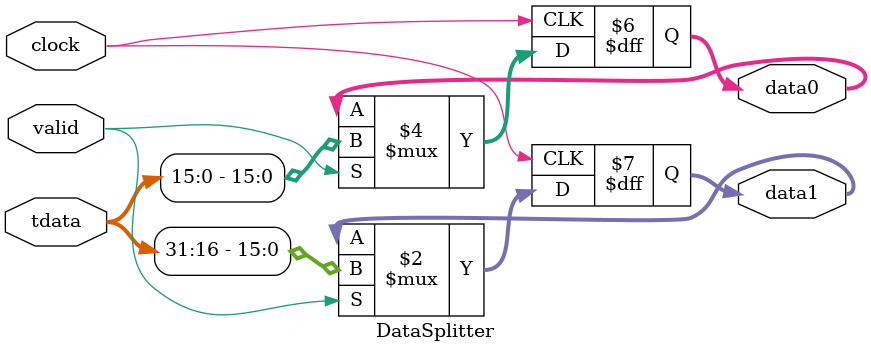
<source format=v>
`timescale 1ns / 1ps


module DataSplitter(
    input wire clock,        // Clock signal
    input wire valid,        // Input valid signal
    input wire [31:0] tdata, // 32-bit input data
    output reg [15:0] data0, // First 16-bit output data
    output reg [15:0] data1  // Second 16-bit output data
);

// On every positive edge of the clock, check if the input is valid
// If valid, split the data into two parts
always @(posedge clock) begin
    if (valid) begin
        data0 <= tdata[15:0];  // Assign lower 16 bits to data0
        data1 <= tdata[31:16]; // Assign upper 16 bits to data1
    end
end

endmodule
</source>
